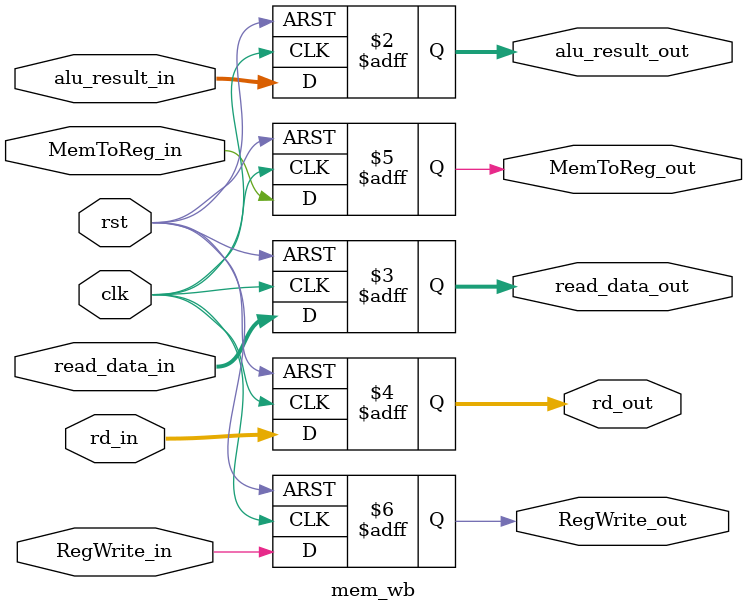
<source format=v>
module if_id (
    input clk,
    input rst,
    input [31:0] pc_in,
    input [31:0] instruction_in,

    output reg [31:0] pc_out,
    output reg [31:0] instruction_out
);

always @(posedge clk or posedge rst) begin
    if (rst) begin
        pc_out <= 0;
        instruction_out <= 0;
    end else begin
        pc_out <= pc_in;
        instruction_out <= instruction_in;
    end
end

endmodule


//=========================== ID/EX Pipeline Register ===========================
module id_ex (
    input clk,
    input rst,

    input [31:0] pc_in,
    input [31:0] rs1_val_in,
    input [31:0] rs2_val_in,
    input [31:0] imm_in,
    input [4:0] rd_in,
    input [2:0] funct3_in,
    input [6:0] funct7_in,
    input [4:0] rs1_in,
    input [4:0] rs2_in,

    input RegWrite_in,
    input MemRead_in,
    input MemWrite_in,
    input MemToReg_in,
    input ALUSrc_in,
    input Branch_in,
    input [1:0] ALUOp_in,

    output reg [31:0] pc_out,
    output reg [31:0] rs1_val_out,
    output reg [31:0] rs2_val_out,
    output reg [31:0] imm_out,
    output reg [4:0] rd_out,
    output reg [2:0] funct3_out,
    output reg [6:0] funct7_out,
    output reg [4:0] rs1_out,
    output reg [4:0] rs2_out,

    output reg RegWrite_out,
    output reg MemRead_out,
    output reg MemWrite_out,
    output reg MemToReg_out,
    output reg ALUSrc_out,
    output reg Branch_out,
    output reg [1:0] ALUOp_out
);

always @(posedge clk or posedge rst) begin
    if (rst) begin
        pc_out <= 0;
        rs1_val_out <= 0;
        rs2_val_out <= 0;
        imm_out <= 0;
        rd_out <= 0;
        funct3_out <= 0;
        funct7_out <= 0;
        rs1_out <= 0;
        rs2_out <= 0;
        RegWrite_out <= 0;
        MemRead_out <= 0;
        MemWrite_out <= 0;
        MemToReg_out <= 0;
        ALUSrc_out <= 0;
        Branch_out <= 0;
        ALUOp_out <= 0;
    end else begin
        pc_out <= pc_in;
        rs1_val_out <= rs1_val_in;
        rs2_val_out <= rs2_val_in;
        imm_out <= imm_in;
        rd_out <= rd_in;
        funct3_out <= funct3_in;
        funct7_out <= funct7_in;
        rs1_out <= rs1_in;
        rs2_out <= rs2_in;
        RegWrite_out <= RegWrite_in;
        MemRead_out <= MemRead_in;
        MemWrite_out <= MemWrite_in;
        MemToReg_out <= MemToReg_in;
        ALUSrc_out <= ALUSrc_in;
        Branch_out <= Branch_in;
        ALUOp_out <= ALUOp_in;
    end
end

endmodule


//=========================== EX/MEM Pipeline Register ===========================
module ex_mem (
    input clk,
    input rst,

    input [31:0] alu_result_in,
    input [31:0] rs2_val_in,
    input [4:0] rd_in,
    input [31:0] branch_target_in,
    input zero_in,

    input MemRead_in,
    input MemWrite_in,
    input MemToReg_in,
    input RegWrite_in,
    input Branch_in,

    output reg [31:0] alu_result_out,
    output reg [31:0] rs2_val_out,
    output reg [4:0] rd_out,
    output reg [31:0] branch_target_out,
    output reg zero_out,

    output reg MemRead_out,
    output reg MemWrite_out,
    output reg MemToReg_out,
    output reg RegWrite_out,
    output reg Branch_out
);

always @(posedge clk or posedge rst) begin
    if (rst) begin
        alu_result_out <= 0;
        rs2_val_out <= 0;
        rd_out <= 0;
        branch_target_out <= 0;
        zero_out <= 0;
        MemRead_out <= 0;
        MemWrite_out <= 0;
        MemToReg_out <= 0;
        RegWrite_out <= 0;
        Branch_out <= 0;
    end else begin
        alu_result_out <= alu_result_in;
        rs2_val_out <= rs2_val_in;
        rd_out <= rd_in;
        branch_target_out <= branch_target_in;
        zero_out <= zero_in;
        MemRead_out <= MemRead_in;
        MemWrite_out <= MemWrite_in;
        MemToReg_out <= MemToReg_in;
        RegWrite_out <= RegWrite_in;
        Branch_out <= Branch_in;
    end
end

endmodule


//=========================== MEM/WB Pipeline Register ===========================
module mem_wb (
    input clk,
    input rst,

    // Inputs from MEM stage
    input [31:0] alu_result_in,
    input [31:0] read_data_in,
    input [4:0] rd_in,
    input MemToReg_in,
    input RegWrite_in,

    // Outputs to WB stage
    output reg [31:0] alu_result_out,
    output reg [31:0] read_data_out,
    output reg [4:0] rd_out,
    output reg MemToReg_out,
    output reg RegWrite_out
);

always @(posedge clk or posedge rst) begin
    if (rst) begin
        alu_result_out <= 0;
        read_data_out <= 0;
        rd_out <= 0;
        MemToReg_out <= 0;
        RegWrite_out <= 0;
    end else begin
        alu_result_out <= alu_result_in;
        read_data_out <= read_data_in;
        rd_out <= rd_in;
        MemToReg_out <= MemToReg_in;
        RegWrite_out <= RegWrite_in;
    end
end

endmodule

</source>
